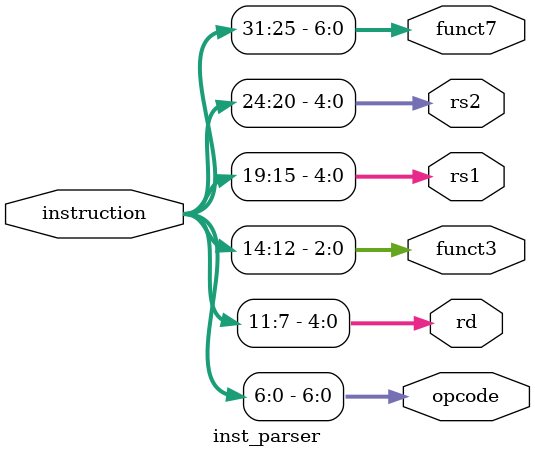
<source format=v>
`timescale 1ns / 1ps

module inst_parser
(
input [31:0] instruction,
output [6:0] opcode,
output [4:0] rd,
output [2:0] funct3,
output [4:0] rs1,
output [4:0] rs2,
output [6:0] funct7
);
assign opcode = instruction [6:0];
assign rd = instruction [11:7];
assign funct3 = instruction [14:12];
assign rs1 = instruction [19:15];
assign rs2 = instruction [24:20];
assign funct7 = instruction [31:25];
endmodule


</source>
